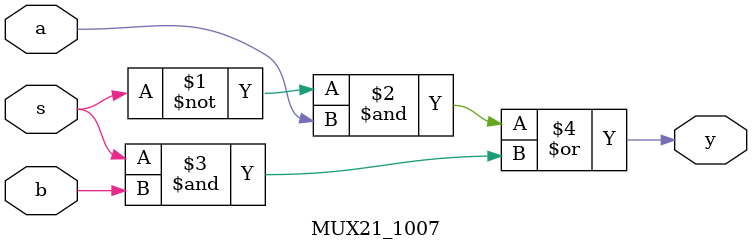
<source format=v>
`timescale 1ns / 1ps
module MUX21_1007(
    input a,
    input b,
    input s,
    output y
    );
	 assign y=(~s&a)|(s&b);


endmodule

</source>
